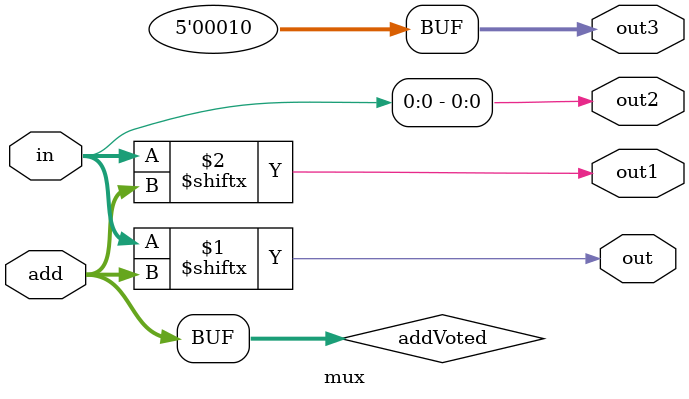
<source format=v>
module mux(
input [3:0] in,
input [1:0] add,
output out,
output out1,
output out2,
output [4:0] out3
);
  wire [1:0] addVoted=add;
  assign out = in[addVoted];
  assign out1 = in[add];
  assign out2 = in;
  assign out3 = 5'h2;

endmodule

</source>
